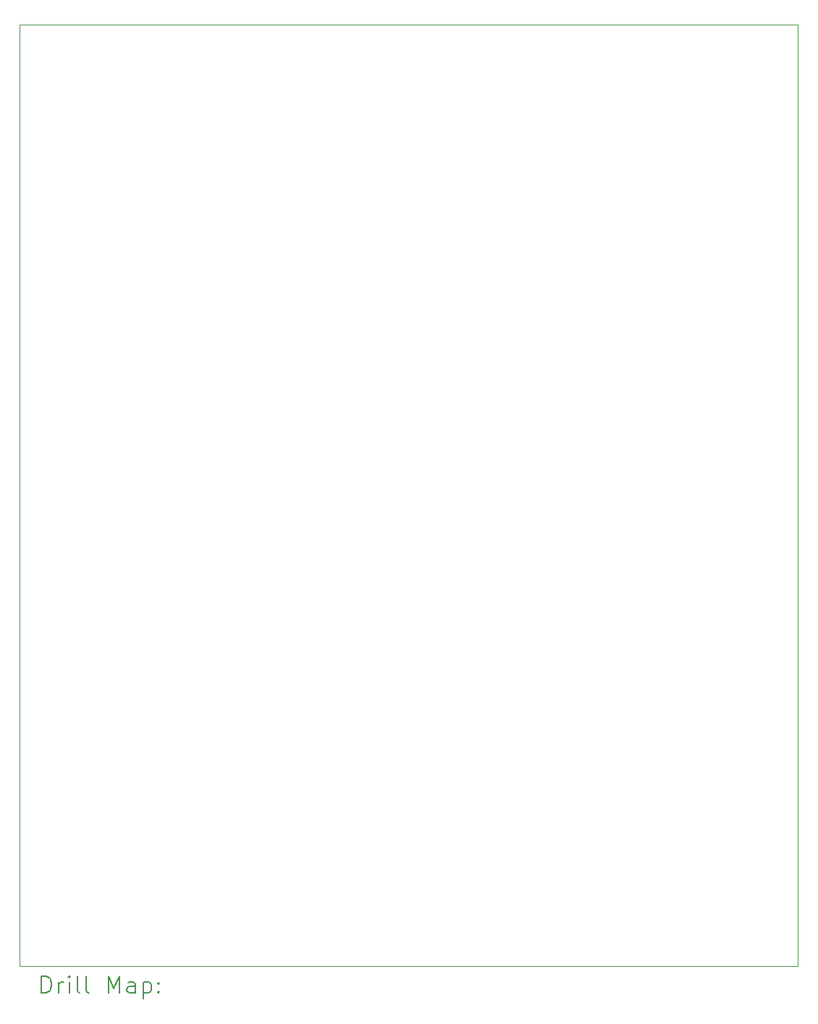
<source format=gbr>
%TF.GenerationSoftware,KiCad,Pcbnew,(6.0.8-1)-1*%
%TF.CreationDate,2024-01-05T11:23:36-06:00*%
%TF.ProjectId,Pico Robotic Controller,5069636f-2052-46f6-926f-74696320436f,V2*%
%TF.SameCoordinates,Original*%
%TF.FileFunction,Drillmap*%
%TF.FilePolarity,Positive*%
%FSLAX45Y45*%
G04 Gerber Fmt 4.5, Leading zero omitted, Abs format (unit mm)*
G04 Created by KiCad (PCBNEW (6.0.8-1)-1) date 2024-01-05 11:23:36*
%MOMM*%
%LPD*%
G01*
G04 APERTURE LIST*
%ADD10C,0.100000*%
%ADD11C,0.200000*%
G04 APERTURE END LIST*
D10*
X10406400Y-4121160D02*
X19506400Y-4121160D01*
X19506400Y-4121160D02*
X19506400Y-15121160D01*
X19506400Y-15121160D02*
X10406400Y-15121160D01*
X10406400Y-15121160D02*
X10406400Y-4121160D01*
D11*
X10659019Y-15436636D02*
X10659019Y-15236636D01*
X10706638Y-15236636D01*
X10735210Y-15246160D01*
X10754257Y-15265208D01*
X10763781Y-15284255D01*
X10773305Y-15322350D01*
X10773305Y-15350922D01*
X10763781Y-15389017D01*
X10754257Y-15408065D01*
X10735210Y-15427112D01*
X10706638Y-15436636D01*
X10659019Y-15436636D01*
X10859019Y-15436636D02*
X10859019Y-15303303D01*
X10859019Y-15341398D02*
X10868543Y-15322350D01*
X10878067Y-15312827D01*
X10897114Y-15303303D01*
X10916162Y-15303303D01*
X10982829Y-15436636D02*
X10982829Y-15303303D01*
X10982829Y-15236636D02*
X10973305Y-15246160D01*
X10982829Y-15255684D01*
X10992352Y-15246160D01*
X10982829Y-15236636D01*
X10982829Y-15255684D01*
X11106638Y-15436636D02*
X11087590Y-15427112D01*
X11078067Y-15408065D01*
X11078067Y-15236636D01*
X11211400Y-15436636D02*
X11192352Y-15427112D01*
X11182829Y-15408065D01*
X11182829Y-15236636D01*
X11439971Y-15436636D02*
X11439971Y-15236636D01*
X11506638Y-15379493D01*
X11573305Y-15236636D01*
X11573305Y-15436636D01*
X11754257Y-15436636D02*
X11754257Y-15331874D01*
X11744733Y-15312827D01*
X11725686Y-15303303D01*
X11687590Y-15303303D01*
X11668543Y-15312827D01*
X11754257Y-15427112D02*
X11735209Y-15436636D01*
X11687590Y-15436636D01*
X11668543Y-15427112D01*
X11659019Y-15408065D01*
X11659019Y-15389017D01*
X11668543Y-15369969D01*
X11687590Y-15360446D01*
X11735209Y-15360446D01*
X11754257Y-15350922D01*
X11849495Y-15303303D02*
X11849495Y-15503303D01*
X11849495Y-15312827D02*
X11868543Y-15303303D01*
X11906638Y-15303303D01*
X11925686Y-15312827D01*
X11935209Y-15322350D01*
X11944733Y-15341398D01*
X11944733Y-15398541D01*
X11935209Y-15417588D01*
X11925686Y-15427112D01*
X11906638Y-15436636D01*
X11868543Y-15436636D01*
X11849495Y-15427112D01*
X12030448Y-15417588D02*
X12039971Y-15427112D01*
X12030448Y-15436636D01*
X12020924Y-15427112D01*
X12030448Y-15417588D01*
X12030448Y-15436636D01*
X12030448Y-15312827D02*
X12039971Y-15322350D01*
X12030448Y-15331874D01*
X12020924Y-15322350D01*
X12030448Y-15312827D01*
X12030448Y-15331874D01*
M02*

</source>
